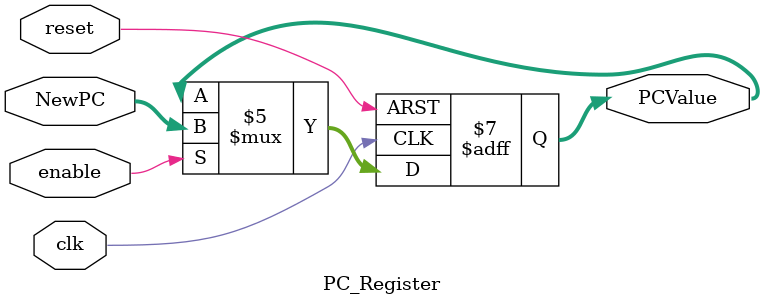
<source format=v>
/******************************************************************
* Description
*	This is a register of 32-bit that corresponds to the PC counter.
*	This register does not have an enable signal.
* Version:
*	1.0
* Author:
*	Dr. José Luis Pizano Escalante
* email:
*	luispizano@iteso.mx
* Date:
*	01/03/2014
******************************************************************/

module PC_Register
#(
	parameter N=32
)
(
	input clk,
	input reset,
	input  [N-1:0] NewPC,
	input enable,

	output reg [N-1:0] PCValue
);

always@(negedge reset or negedge clk) begin
	if(reset==0)
		PCValue <= 0;
	else if(enable == 0)
	 PCValue <= PCValue;
	else
		PCValue<=NewPC;
end

endmodule
//pcreg//

</source>
